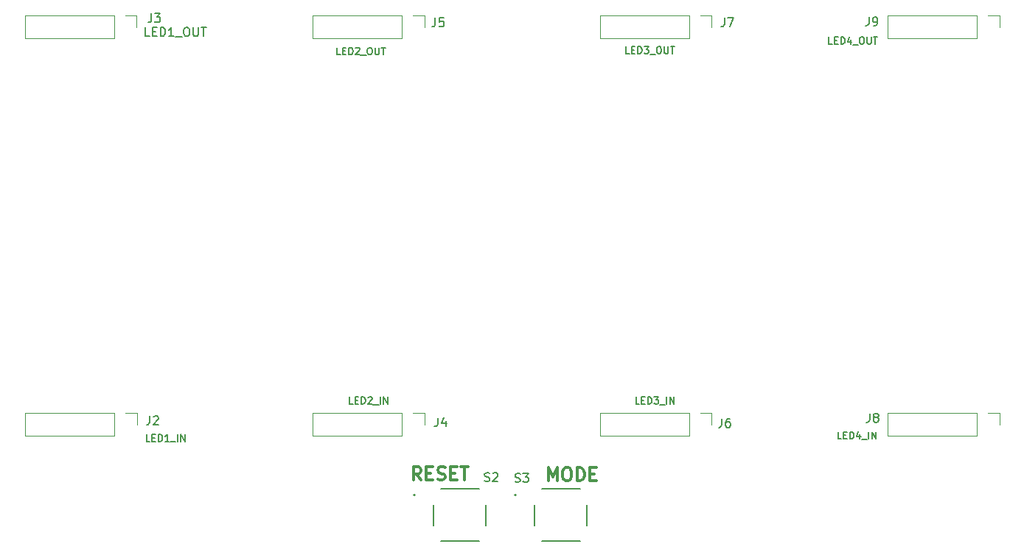
<source format=gto>
%TF.GenerationSoftware,KiCad,Pcbnew,8.0.1*%
%TF.CreationDate,2024-04-15T16:39:27+10:00*%
%TF.ProjectId,4x8x8 LED Matrix Clock,34783878-3820-44c4-9544-204d61747269,rev?*%
%TF.SameCoordinates,Original*%
%TF.FileFunction,Legend,Top*%
%TF.FilePolarity,Positive*%
%FSLAX46Y46*%
G04 Gerber Fmt 4.6, Leading zero omitted, Abs format (unit mm)*
G04 Created by KiCad (PCBNEW 8.0.1) date 2024-04-15 16:39:27*
%MOMM*%
%LPD*%
G01*
G04 APERTURE LIST*
%ADD10C,0.300000*%
%ADD11C,0.150000*%
%ADD12C,0.120000*%
%ADD13C,0.127000*%
%ADD14C,0.200000*%
G04 APERTURE END LIST*
D10*
X178954510Y-115300828D02*
X178954510Y-113800828D01*
X178954510Y-113800828D02*
X179454510Y-114872257D01*
X179454510Y-114872257D02*
X179954510Y-113800828D01*
X179954510Y-113800828D02*
X179954510Y-115300828D01*
X180954511Y-113800828D02*
X181240225Y-113800828D01*
X181240225Y-113800828D02*
X181383082Y-113872257D01*
X181383082Y-113872257D02*
X181525939Y-114015114D01*
X181525939Y-114015114D02*
X181597368Y-114300828D01*
X181597368Y-114300828D02*
X181597368Y-114800828D01*
X181597368Y-114800828D02*
X181525939Y-115086542D01*
X181525939Y-115086542D02*
X181383082Y-115229400D01*
X181383082Y-115229400D02*
X181240225Y-115300828D01*
X181240225Y-115300828D02*
X180954511Y-115300828D01*
X180954511Y-115300828D02*
X180811654Y-115229400D01*
X180811654Y-115229400D02*
X180668796Y-115086542D01*
X180668796Y-115086542D02*
X180597368Y-114800828D01*
X180597368Y-114800828D02*
X180597368Y-114300828D01*
X180597368Y-114300828D02*
X180668796Y-114015114D01*
X180668796Y-114015114D02*
X180811654Y-113872257D01*
X180811654Y-113872257D02*
X180954511Y-113800828D01*
X182240225Y-115300828D02*
X182240225Y-113800828D01*
X182240225Y-113800828D02*
X182597368Y-113800828D01*
X182597368Y-113800828D02*
X182811654Y-113872257D01*
X182811654Y-113872257D02*
X182954511Y-114015114D01*
X182954511Y-114015114D02*
X183025940Y-114157971D01*
X183025940Y-114157971D02*
X183097368Y-114443685D01*
X183097368Y-114443685D02*
X183097368Y-114657971D01*
X183097368Y-114657971D02*
X183025940Y-114943685D01*
X183025940Y-114943685D02*
X182954511Y-115086542D01*
X182954511Y-115086542D02*
X182811654Y-115229400D01*
X182811654Y-115229400D02*
X182597368Y-115300828D01*
X182597368Y-115300828D02*
X182240225Y-115300828D01*
X183740225Y-114515114D02*
X184240225Y-114515114D01*
X184454511Y-115300828D02*
X183740225Y-115300828D01*
X183740225Y-115300828D02*
X183740225Y-113800828D01*
X183740225Y-113800828D02*
X184454511Y-113800828D01*
X164311653Y-115200828D02*
X163811653Y-114486542D01*
X163454510Y-115200828D02*
X163454510Y-113700828D01*
X163454510Y-113700828D02*
X164025939Y-113700828D01*
X164025939Y-113700828D02*
X164168796Y-113772257D01*
X164168796Y-113772257D02*
X164240225Y-113843685D01*
X164240225Y-113843685D02*
X164311653Y-113986542D01*
X164311653Y-113986542D02*
X164311653Y-114200828D01*
X164311653Y-114200828D02*
X164240225Y-114343685D01*
X164240225Y-114343685D02*
X164168796Y-114415114D01*
X164168796Y-114415114D02*
X164025939Y-114486542D01*
X164025939Y-114486542D02*
X163454510Y-114486542D01*
X164954510Y-114415114D02*
X165454510Y-114415114D01*
X165668796Y-115200828D02*
X164954510Y-115200828D01*
X164954510Y-115200828D02*
X164954510Y-113700828D01*
X164954510Y-113700828D02*
X165668796Y-113700828D01*
X166240225Y-115129400D02*
X166454511Y-115200828D01*
X166454511Y-115200828D02*
X166811653Y-115200828D01*
X166811653Y-115200828D02*
X166954511Y-115129400D01*
X166954511Y-115129400D02*
X167025939Y-115057971D01*
X167025939Y-115057971D02*
X167097368Y-114915114D01*
X167097368Y-114915114D02*
X167097368Y-114772257D01*
X167097368Y-114772257D02*
X167025939Y-114629400D01*
X167025939Y-114629400D02*
X166954511Y-114557971D01*
X166954511Y-114557971D02*
X166811653Y-114486542D01*
X166811653Y-114486542D02*
X166525939Y-114415114D01*
X166525939Y-114415114D02*
X166383082Y-114343685D01*
X166383082Y-114343685D02*
X166311653Y-114272257D01*
X166311653Y-114272257D02*
X166240225Y-114129400D01*
X166240225Y-114129400D02*
X166240225Y-113986542D01*
X166240225Y-113986542D02*
X166311653Y-113843685D01*
X166311653Y-113843685D02*
X166383082Y-113772257D01*
X166383082Y-113772257D02*
X166525939Y-113700828D01*
X166525939Y-113700828D02*
X166883082Y-113700828D01*
X166883082Y-113700828D02*
X167097368Y-113772257D01*
X167740224Y-114415114D02*
X168240224Y-114415114D01*
X168454510Y-115200828D02*
X167740224Y-115200828D01*
X167740224Y-115200828D02*
X167740224Y-113700828D01*
X167740224Y-113700828D02*
X168454510Y-113700828D01*
X168883082Y-113700828D02*
X169740225Y-113700828D01*
X169311653Y-115200828D02*
X169311653Y-113700828D01*
D11*
X215866666Y-107554819D02*
X215866666Y-108269104D01*
X215866666Y-108269104D02*
X215819047Y-108411961D01*
X215819047Y-108411961D02*
X215723809Y-108507200D01*
X215723809Y-108507200D02*
X215580952Y-108554819D01*
X215580952Y-108554819D02*
X215485714Y-108554819D01*
X216485714Y-107983390D02*
X216390476Y-107935771D01*
X216390476Y-107935771D02*
X216342857Y-107888152D01*
X216342857Y-107888152D02*
X216295238Y-107792914D01*
X216295238Y-107792914D02*
X216295238Y-107745295D01*
X216295238Y-107745295D02*
X216342857Y-107650057D01*
X216342857Y-107650057D02*
X216390476Y-107602438D01*
X216390476Y-107602438D02*
X216485714Y-107554819D01*
X216485714Y-107554819D02*
X216676190Y-107554819D01*
X216676190Y-107554819D02*
X216771428Y-107602438D01*
X216771428Y-107602438D02*
X216819047Y-107650057D01*
X216819047Y-107650057D02*
X216866666Y-107745295D01*
X216866666Y-107745295D02*
X216866666Y-107792914D01*
X216866666Y-107792914D02*
X216819047Y-107888152D01*
X216819047Y-107888152D02*
X216771428Y-107935771D01*
X216771428Y-107935771D02*
X216676190Y-107983390D01*
X216676190Y-107983390D02*
X216485714Y-107983390D01*
X216485714Y-107983390D02*
X216390476Y-108031009D01*
X216390476Y-108031009D02*
X216342857Y-108078628D01*
X216342857Y-108078628D02*
X216295238Y-108173866D01*
X216295238Y-108173866D02*
X216295238Y-108364342D01*
X216295238Y-108364342D02*
X216342857Y-108459580D01*
X216342857Y-108459580D02*
X216390476Y-108507200D01*
X216390476Y-108507200D02*
X216485714Y-108554819D01*
X216485714Y-108554819D02*
X216676190Y-108554819D01*
X216676190Y-108554819D02*
X216771428Y-108507200D01*
X216771428Y-108507200D02*
X216819047Y-108459580D01*
X216819047Y-108459580D02*
X216866666Y-108364342D01*
X216866666Y-108364342D02*
X216866666Y-108173866D01*
X216866666Y-108173866D02*
X216819047Y-108078628D01*
X216819047Y-108078628D02*
X216771428Y-108031009D01*
X216771428Y-108031009D02*
X216676190Y-107983390D01*
X212590476Y-110462295D02*
X212209524Y-110462295D01*
X212209524Y-110462295D02*
X212209524Y-109662295D01*
X212857143Y-110043247D02*
X213123809Y-110043247D01*
X213238095Y-110462295D02*
X212857143Y-110462295D01*
X212857143Y-110462295D02*
X212857143Y-109662295D01*
X212857143Y-109662295D02*
X213238095Y-109662295D01*
X213580953Y-110462295D02*
X213580953Y-109662295D01*
X213580953Y-109662295D02*
X213771429Y-109662295D01*
X213771429Y-109662295D02*
X213885715Y-109700390D01*
X213885715Y-109700390D02*
X213961905Y-109776580D01*
X213961905Y-109776580D02*
X214000000Y-109852771D01*
X214000000Y-109852771D02*
X214038096Y-110005152D01*
X214038096Y-110005152D02*
X214038096Y-110119438D01*
X214038096Y-110119438D02*
X214000000Y-110271819D01*
X214000000Y-110271819D02*
X213961905Y-110348009D01*
X213961905Y-110348009D02*
X213885715Y-110424200D01*
X213885715Y-110424200D02*
X213771429Y-110462295D01*
X213771429Y-110462295D02*
X213580953Y-110462295D01*
X214723810Y-109928961D02*
X214723810Y-110462295D01*
X214533334Y-109624200D02*
X214342857Y-110195628D01*
X214342857Y-110195628D02*
X214838096Y-110195628D01*
X214952382Y-110538485D02*
X215561905Y-110538485D01*
X215752382Y-110462295D02*
X215752382Y-109662295D01*
X216133334Y-110462295D02*
X216133334Y-109662295D01*
X216133334Y-109662295D02*
X216590477Y-110462295D01*
X216590477Y-110462295D02*
X216590477Y-109662295D01*
X165966666Y-62054819D02*
X165966666Y-62769104D01*
X165966666Y-62769104D02*
X165919047Y-62911961D01*
X165919047Y-62911961D02*
X165823809Y-63007200D01*
X165823809Y-63007200D02*
X165680952Y-63054819D01*
X165680952Y-63054819D02*
X165585714Y-63054819D01*
X166919047Y-62054819D02*
X166442857Y-62054819D01*
X166442857Y-62054819D02*
X166395238Y-62531009D01*
X166395238Y-62531009D02*
X166442857Y-62483390D01*
X166442857Y-62483390D02*
X166538095Y-62435771D01*
X166538095Y-62435771D02*
X166776190Y-62435771D01*
X166776190Y-62435771D02*
X166871428Y-62483390D01*
X166871428Y-62483390D02*
X166919047Y-62531009D01*
X166919047Y-62531009D02*
X166966666Y-62626247D01*
X166966666Y-62626247D02*
X166966666Y-62864342D01*
X166966666Y-62864342D02*
X166919047Y-62959580D01*
X166919047Y-62959580D02*
X166871428Y-63007200D01*
X166871428Y-63007200D02*
X166776190Y-63054819D01*
X166776190Y-63054819D02*
X166538095Y-63054819D01*
X166538095Y-63054819D02*
X166442857Y-63007200D01*
X166442857Y-63007200D02*
X166395238Y-62959580D01*
X155057142Y-66262295D02*
X154676190Y-66262295D01*
X154676190Y-66262295D02*
X154676190Y-65462295D01*
X155323809Y-65843247D02*
X155590475Y-65843247D01*
X155704761Y-66262295D02*
X155323809Y-66262295D01*
X155323809Y-66262295D02*
X155323809Y-65462295D01*
X155323809Y-65462295D02*
X155704761Y-65462295D01*
X156047619Y-66262295D02*
X156047619Y-65462295D01*
X156047619Y-65462295D02*
X156238095Y-65462295D01*
X156238095Y-65462295D02*
X156352381Y-65500390D01*
X156352381Y-65500390D02*
X156428571Y-65576580D01*
X156428571Y-65576580D02*
X156466666Y-65652771D01*
X156466666Y-65652771D02*
X156504762Y-65805152D01*
X156504762Y-65805152D02*
X156504762Y-65919438D01*
X156504762Y-65919438D02*
X156466666Y-66071819D01*
X156466666Y-66071819D02*
X156428571Y-66148009D01*
X156428571Y-66148009D02*
X156352381Y-66224200D01*
X156352381Y-66224200D02*
X156238095Y-66262295D01*
X156238095Y-66262295D02*
X156047619Y-66262295D01*
X156809523Y-65538485D02*
X156847619Y-65500390D01*
X156847619Y-65500390D02*
X156923809Y-65462295D01*
X156923809Y-65462295D02*
X157114285Y-65462295D01*
X157114285Y-65462295D02*
X157190476Y-65500390D01*
X157190476Y-65500390D02*
X157228571Y-65538485D01*
X157228571Y-65538485D02*
X157266666Y-65614676D01*
X157266666Y-65614676D02*
X157266666Y-65690866D01*
X157266666Y-65690866D02*
X157228571Y-65805152D01*
X157228571Y-65805152D02*
X156771428Y-66262295D01*
X156771428Y-66262295D02*
X157266666Y-66262295D01*
X157419048Y-66338485D02*
X158028571Y-66338485D01*
X158371429Y-65462295D02*
X158523810Y-65462295D01*
X158523810Y-65462295D02*
X158600000Y-65500390D01*
X158600000Y-65500390D02*
X158676191Y-65576580D01*
X158676191Y-65576580D02*
X158714286Y-65728961D01*
X158714286Y-65728961D02*
X158714286Y-65995628D01*
X158714286Y-65995628D02*
X158676191Y-66148009D01*
X158676191Y-66148009D02*
X158600000Y-66224200D01*
X158600000Y-66224200D02*
X158523810Y-66262295D01*
X158523810Y-66262295D02*
X158371429Y-66262295D01*
X158371429Y-66262295D02*
X158295238Y-66224200D01*
X158295238Y-66224200D02*
X158219048Y-66148009D01*
X158219048Y-66148009D02*
X158180952Y-65995628D01*
X158180952Y-65995628D02*
X158180952Y-65728961D01*
X158180952Y-65728961D02*
X158219048Y-65576580D01*
X158219048Y-65576580D02*
X158295238Y-65500390D01*
X158295238Y-65500390D02*
X158371429Y-65462295D01*
X159057143Y-65462295D02*
X159057143Y-66109914D01*
X159057143Y-66109914D02*
X159095238Y-66186104D01*
X159095238Y-66186104D02*
X159133333Y-66224200D01*
X159133333Y-66224200D02*
X159209524Y-66262295D01*
X159209524Y-66262295D02*
X159361905Y-66262295D01*
X159361905Y-66262295D02*
X159438095Y-66224200D01*
X159438095Y-66224200D02*
X159476190Y-66186104D01*
X159476190Y-66186104D02*
X159514286Y-66109914D01*
X159514286Y-66109914D02*
X159514286Y-65462295D01*
X159780952Y-65462295D02*
X160238095Y-65462295D01*
X160009523Y-66262295D02*
X160009523Y-65462295D01*
X198866666Y-108154819D02*
X198866666Y-108869104D01*
X198866666Y-108869104D02*
X198819047Y-109011961D01*
X198819047Y-109011961D02*
X198723809Y-109107200D01*
X198723809Y-109107200D02*
X198580952Y-109154819D01*
X198580952Y-109154819D02*
X198485714Y-109154819D01*
X199771428Y-108154819D02*
X199580952Y-108154819D01*
X199580952Y-108154819D02*
X199485714Y-108202438D01*
X199485714Y-108202438D02*
X199438095Y-108250057D01*
X199438095Y-108250057D02*
X199342857Y-108392914D01*
X199342857Y-108392914D02*
X199295238Y-108583390D01*
X199295238Y-108583390D02*
X199295238Y-108964342D01*
X199295238Y-108964342D02*
X199342857Y-109059580D01*
X199342857Y-109059580D02*
X199390476Y-109107200D01*
X199390476Y-109107200D02*
X199485714Y-109154819D01*
X199485714Y-109154819D02*
X199676190Y-109154819D01*
X199676190Y-109154819D02*
X199771428Y-109107200D01*
X199771428Y-109107200D02*
X199819047Y-109059580D01*
X199819047Y-109059580D02*
X199866666Y-108964342D01*
X199866666Y-108964342D02*
X199866666Y-108726247D01*
X199866666Y-108726247D02*
X199819047Y-108631009D01*
X199819047Y-108631009D02*
X199771428Y-108583390D01*
X199771428Y-108583390D02*
X199676190Y-108535771D01*
X199676190Y-108535771D02*
X199485714Y-108535771D01*
X199485714Y-108535771D02*
X199390476Y-108583390D01*
X199390476Y-108583390D02*
X199342857Y-108631009D01*
X199342857Y-108631009D02*
X199295238Y-108726247D01*
X189390476Y-106462295D02*
X189009524Y-106462295D01*
X189009524Y-106462295D02*
X189009524Y-105662295D01*
X189657143Y-106043247D02*
X189923809Y-106043247D01*
X190038095Y-106462295D02*
X189657143Y-106462295D01*
X189657143Y-106462295D02*
X189657143Y-105662295D01*
X189657143Y-105662295D02*
X190038095Y-105662295D01*
X190380953Y-106462295D02*
X190380953Y-105662295D01*
X190380953Y-105662295D02*
X190571429Y-105662295D01*
X190571429Y-105662295D02*
X190685715Y-105700390D01*
X190685715Y-105700390D02*
X190761905Y-105776580D01*
X190761905Y-105776580D02*
X190800000Y-105852771D01*
X190800000Y-105852771D02*
X190838096Y-106005152D01*
X190838096Y-106005152D02*
X190838096Y-106119438D01*
X190838096Y-106119438D02*
X190800000Y-106271819D01*
X190800000Y-106271819D02*
X190761905Y-106348009D01*
X190761905Y-106348009D02*
X190685715Y-106424200D01*
X190685715Y-106424200D02*
X190571429Y-106462295D01*
X190571429Y-106462295D02*
X190380953Y-106462295D01*
X191104762Y-105662295D02*
X191600000Y-105662295D01*
X191600000Y-105662295D02*
X191333334Y-105967057D01*
X191333334Y-105967057D02*
X191447619Y-105967057D01*
X191447619Y-105967057D02*
X191523810Y-106005152D01*
X191523810Y-106005152D02*
X191561905Y-106043247D01*
X191561905Y-106043247D02*
X191600000Y-106119438D01*
X191600000Y-106119438D02*
X191600000Y-106309914D01*
X191600000Y-106309914D02*
X191561905Y-106386104D01*
X191561905Y-106386104D02*
X191523810Y-106424200D01*
X191523810Y-106424200D02*
X191447619Y-106462295D01*
X191447619Y-106462295D02*
X191219048Y-106462295D01*
X191219048Y-106462295D02*
X191142857Y-106424200D01*
X191142857Y-106424200D02*
X191104762Y-106386104D01*
X191752382Y-106538485D02*
X192361905Y-106538485D01*
X192552382Y-106462295D02*
X192552382Y-105662295D01*
X192933334Y-106462295D02*
X192933334Y-105662295D01*
X192933334Y-105662295D02*
X193390477Y-106462295D01*
X193390477Y-106462295D02*
X193390477Y-105662295D01*
X175138095Y-115407200D02*
X175280952Y-115454819D01*
X175280952Y-115454819D02*
X175519047Y-115454819D01*
X175519047Y-115454819D02*
X175614285Y-115407200D01*
X175614285Y-115407200D02*
X175661904Y-115359580D01*
X175661904Y-115359580D02*
X175709523Y-115264342D01*
X175709523Y-115264342D02*
X175709523Y-115169104D01*
X175709523Y-115169104D02*
X175661904Y-115073866D01*
X175661904Y-115073866D02*
X175614285Y-115026247D01*
X175614285Y-115026247D02*
X175519047Y-114978628D01*
X175519047Y-114978628D02*
X175328571Y-114931009D01*
X175328571Y-114931009D02*
X175233333Y-114883390D01*
X175233333Y-114883390D02*
X175185714Y-114835771D01*
X175185714Y-114835771D02*
X175138095Y-114740533D01*
X175138095Y-114740533D02*
X175138095Y-114645295D01*
X175138095Y-114645295D02*
X175185714Y-114550057D01*
X175185714Y-114550057D02*
X175233333Y-114502438D01*
X175233333Y-114502438D02*
X175328571Y-114454819D01*
X175328571Y-114454819D02*
X175566666Y-114454819D01*
X175566666Y-114454819D02*
X175709523Y-114502438D01*
X176042857Y-114454819D02*
X176661904Y-114454819D01*
X176661904Y-114454819D02*
X176328571Y-114835771D01*
X176328571Y-114835771D02*
X176471428Y-114835771D01*
X176471428Y-114835771D02*
X176566666Y-114883390D01*
X176566666Y-114883390D02*
X176614285Y-114931009D01*
X176614285Y-114931009D02*
X176661904Y-115026247D01*
X176661904Y-115026247D02*
X176661904Y-115264342D01*
X176661904Y-115264342D02*
X176614285Y-115359580D01*
X176614285Y-115359580D02*
X176566666Y-115407200D01*
X176566666Y-115407200D02*
X176471428Y-115454819D01*
X176471428Y-115454819D02*
X176185714Y-115454819D01*
X176185714Y-115454819D02*
X176090476Y-115407200D01*
X176090476Y-115407200D02*
X176042857Y-115359580D01*
X199166666Y-62054819D02*
X199166666Y-62769104D01*
X199166666Y-62769104D02*
X199119047Y-62911961D01*
X199119047Y-62911961D02*
X199023809Y-63007200D01*
X199023809Y-63007200D02*
X198880952Y-63054819D01*
X198880952Y-63054819D02*
X198785714Y-63054819D01*
X199547619Y-62054819D02*
X200214285Y-62054819D01*
X200214285Y-62054819D02*
X199785714Y-63054819D01*
X188257142Y-66162295D02*
X187876190Y-66162295D01*
X187876190Y-66162295D02*
X187876190Y-65362295D01*
X188523809Y-65743247D02*
X188790475Y-65743247D01*
X188904761Y-66162295D02*
X188523809Y-66162295D01*
X188523809Y-66162295D02*
X188523809Y-65362295D01*
X188523809Y-65362295D02*
X188904761Y-65362295D01*
X189247619Y-66162295D02*
X189247619Y-65362295D01*
X189247619Y-65362295D02*
X189438095Y-65362295D01*
X189438095Y-65362295D02*
X189552381Y-65400390D01*
X189552381Y-65400390D02*
X189628571Y-65476580D01*
X189628571Y-65476580D02*
X189666666Y-65552771D01*
X189666666Y-65552771D02*
X189704762Y-65705152D01*
X189704762Y-65705152D02*
X189704762Y-65819438D01*
X189704762Y-65819438D02*
X189666666Y-65971819D01*
X189666666Y-65971819D02*
X189628571Y-66048009D01*
X189628571Y-66048009D02*
X189552381Y-66124200D01*
X189552381Y-66124200D02*
X189438095Y-66162295D01*
X189438095Y-66162295D02*
X189247619Y-66162295D01*
X189971428Y-65362295D02*
X190466666Y-65362295D01*
X190466666Y-65362295D02*
X190200000Y-65667057D01*
X190200000Y-65667057D02*
X190314285Y-65667057D01*
X190314285Y-65667057D02*
X190390476Y-65705152D01*
X190390476Y-65705152D02*
X190428571Y-65743247D01*
X190428571Y-65743247D02*
X190466666Y-65819438D01*
X190466666Y-65819438D02*
X190466666Y-66009914D01*
X190466666Y-66009914D02*
X190428571Y-66086104D01*
X190428571Y-66086104D02*
X190390476Y-66124200D01*
X190390476Y-66124200D02*
X190314285Y-66162295D01*
X190314285Y-66162295D02*
X190085714Y-66162295D01*
X190085714Y-66162295D02*
X190009523Y-66124200D01*
X190009523Y-66124200D02*
X189971428Y-66086104D01*
X190619048Y-66238485D02*
X191228571Y-66238485D01*
X191571429Y-65362295D02*
X191723810Y-65362295D01*
X191723810Y-65362295D02*
X191800000Y-65400390D01*
X191800000Y-65400390D02*
X191876191Y-65476580D01*
X191876191Y-65476580D02*
X191914286Y-65628961D01*
X191914286Y-65628961D02*
X191914286Y-65895628D01*
X191914286Y-65895628D02*
X191876191Y-66048009D01*
X191876191Y-66048009D02*
X191800000Y-66124200D01*
X191800000Y-66124200D02*
X191723810Y-66162295D01*
X191723810Y-66162295D02*
X191571429Y-66162295D01*
X191571429Y-66162295D02*
X191495238Y-66124200D01*
X191495238Y-66124200D02*
X191419048Y-66048009D01*
X191419048Y-66048009D02*
X191380952Y-65895628D01*
X191380952Y-65895628D02*
X191380952Y-65628961D01*
X191380952Y-65628961D02*
X191419048Y-65476580D01*
X191419048Y-65476580D02*
X191495238Y-65400390D01*
X191495238Y-65400390D02*
X191571429Y-65362295D01*
X192257143Y-65362295D02*
X192257143Y-66009914D01*
X192257143Y-66009914D02*
X192295238Y-66086104D01*
X192295238Y-66086104D02*
X192333333Y-66124200D01*
X192333333Y-66124200D02*
X192409524Y-66162295D01*
X192409524Y-66162295D02*
X192561905Y-66162295D01*
X192561905Y-66162295D02*
X192638095Y-66124200D01*
X192638095Y-66124200D02*
X192676190Y-66086104D01*
X192676190Y-66086104D02*
X192714286Y-66009914D01*
X192714286Y-66009914D02*
X192714286Y-65362295D01*
X192980952Y-65362295D02*
X193438095Y-65362295D01*
X193209523Y-66162295D02*
X193209523Y-65362295D01*
X133166666Y-107854819D02*
X133166666Y-108569104D01*
X133166666Y-108569104D02*
X133119047Y-108711961D01*
X133119047Y-108711961D02*
X133023809Y-108807200D01*
X133023809Y-108807200D02*
X132880952Y-108854819D01*
X132880952Y-108854819D02*
X132785714Y-108854819D01*
X133595238Y-107950057D02*
X133642857Y-107902438D01*
X133642857Y-107902438D02*
X133738095Y-107854819D01*
X133738095Y-107854819D02*
X133976190Y-107854819D01*
X133976190Y-107854819D02*
X134071428Y-107902438D01*
X134071428Y-107902438D02*
X134119047Y-107950057D01*
X134119047Y-107950057D02*
X134166666Y-108045295D01*
X134166666Y-108045295D02*
X134166666Y-108140533D01*
X134166666Y-108140533D02*
X134119047Y-108283390D01*
X134119047Y-108283390D02*
X133547619Y-108854819D01*
X133547619Y-108854819D02*
X134166666Y-108854819D01*
X133190476Y-110762295D02*
X132809524Y-110762295D01*
X132809524Y-110762295D02*
X132809524Y-109962295D01*
X133457143Y-110343247D02*
X133723809Y-110343247D01*
X133838095Y-110762295D02*
X133457143Y-110762295D01*
X133457143Y-110762295D02*
X133457143Y-109962295D01*
X133457143Y-109962295D02*
X133838095Y-109962295D01*
X134180953Y-110762295D02*
X134180953Y-109962295D01*
X134180953Y-109962295D02*
X134371429Y-109962295D01*
X134371429Y-109962295D02*
X134485715Y-110000390D01*
X134485715Y-110000390D02*
X134561905Y-110076580D01*
X134561905Y-110076580D02*
X134600000Y-110152771D01*
X134600000Y-110152771D02*
X134638096Y-110305152D01*
X134638096Y-110305152D02*
X134638096Y-110419438D01*
X134638096Y-110419438D02*
X134600000Y-110571819D01*
X134600000Y-110571819D02*
X134561905Y-110648009D01*
X134561905Y-110648009D02*
X134485715Y-110724200D01*
X134485715Y-110724200D02*
X134371429Y-110762295D01*
X134371429Y-110762295D02*
X134180953Y-110762295D01*
X135400000Y-110762295D02*
X134942857Y-110762295D01*
X135171429Y-110762295D02*
X135171429Y-109962295D01*
X135171429Y-109962295D02*
X135095238Y-110076580D01*
X135095238Y-110076580D02*
X135019048Y-110152771D01*
X135019048Y-110152771D02*
X134942857Y-110190866D01*
X135552382Y-110838485D02*
X136161905Y-110838485D01*
X136352382Y-110762295D02*
X136352382Y-109962295D01*
X136733334Y-110762295D02*
X136733334Y-109962295D01*
X136733334Y-109962295D02*
X137190477Y-110762295D01*
X137190477Y-110762295D02*
X137190477Y-109962295D01*
X171638095Y-115307200D02*
X171780952Y-115354819D01*
X171780952Y-115354819D02*
X172019047Y-115354819D01*
X172019047Y-115354819D02*
X172114285Y-115307200D01*
X172114285Y-115307200D02*
X172161904Y-115259580D01*
X172161904Y-115259580D02*
X172209523Y-115164342D01*
X172209523Y-115164342D02*
X172209523Y-115069104D01*
X172209523Y-115069104D02*
X172161904Y-114973866D01*
X172161904Y-114973866D02*
X172114285Y-114926247D01*
X172114285Y-114926247D02*
X172019047Y-114878628D01*
X172019047Y-114878628D02*
X171828571Y-114831009D01*
X171828571Y-114831009D02*
X171733333Y-114783390D01*
X171733333Y-114783390D02*
X171685714Y-114735771D01*
X171685714Y-114735771D02*
X171638095Y-114640533D01*
X171638095Y-114640533D02*
X171638095Y-114545295D01*
X171638095Y-114545295D02*
X171685714Y-114450057D01*
X171685714Y-114450057D02*
X171733333Y-114402438D01*
X171733333Y-114402438D02*
X171828571Y-114354819D01*
X171828571Y-114354819D02*
X172066666Y-114354819D01*
X172066666Y-114354819D02*
X172209523Y-114402438D01*
X172590476Y-114450057D02*
X172638095Y-114402438D01*
X172638095Y-114402438D02*
X172733333Y-114354819D01*
X172733333Y-114354819D02*
X172971428Y-114354819D01*
X172971428Y-114354819D02*
X173066666Y-114402438D01*
X173066666Y-114402438D02*
X173114285Y-114450057D01*
X173114285Y-114450057D02*
X173161904Y-114545295D01*
X173161904Y-114545295D02*
X173161904Y-114640533D01*
X173161904Y-114640533D02*
X173114285Y-114783390D01*
X173114285Y-114783390D02*
X172542857Y-115354819D01*
X172542857Y-115354819D02*
X173161904Y-115354819D01*
X215766666Y-61954819D02*
X215766666Y-62669104D01*
X215766666Y-62669104D02*
X215719047Y-62811961D01*
X215719047Y-62811961D02*
X215623809Y-62907200D01*
X215623809Y-62907200D02*
X215480952Y-62954819D01*
X215480952Y-62954819D02*
X215385714Y-62954819D01*
X216290476Y-62954819D02*
X216480952Y-62954819D01*
X216480952Y-62954819D02*
X216576190Y-62907200D01*
X216576190Y-62907200D02*
X216623809Y-62859580D01*
X216623809Y-62859580D02*
X216719047Y-62716723D01*
X216719047Y-62716723D02*
X216766666Y-62526247D01*
X216766666Y-62526247D02*
X216766666Y-62145295D01*
X216766666Y-62145295D02*
X216719047Y-62050057D01*
X216719047Y-62050057D02*
X216671428Y-62002438D01*
X216671428Y-62002438D02*
X216576190Y-61954819D01*
X216576190Y-61954819D02*
X216385714Y-61954819D01*
X216385714Y-61954819D02*
X216290476Y-62002438D01*
X216290476Y-62002438D02*
X216242857Y-62050057D01*
X216242857Y-62050057D02*
X216195238Y-62145295D01*
X216195238Y-62145295D02*
X216195238Y-62383390D01*
X216195238Y-62383390D02*
X216242857Y-62478628D01*
X216242857Y-62478628D02*
X216290476Y-62526247D01*
X216290476Y-62526247D02*
X216385714Y-62573866D01*
X216385714Y-62573866D02*
X216576190Y-62573866D01*
X216576190Y-62573866D02*
X216671428Y-62526247D01*
X216671428Y-62526247D02*
X216719047Y-62478628D01*
X216719047Y-62478628D02*
X216766666Y-62383390D01*
X211557142Y-65062295D02*
X211176190Y-65062295D01*
X211176190Y-65062295D02*
X211176190Y-64262295D01*
X211823809Y-64643247D02*
X212090475Y-64643247D01*
X212204761Y-65062295D02*
X211823809Y-65062295D01*
X211823809Y-65062295D02*
X211823809Y-64262295D01*
X211823809Y-64262295D02*
X212204761Y-64262295D01*
X212547619Y-65062295D02*
X212547619Y-64262295D01*
X212547619Y-64262295D02*
X212738095Y-64262295D01*
X212738095Y-64262295D02*
X212852381Y-64300390D01*
X212852381Y-64300390D02*
X212928571Y-64376580D01*
X212928571Y-64376580D02*
X212966666Y-64452771D01*
X212966666Y-64452771D02*
X213004762Y-64605152D01*
X213004762Y-64605152D02*
X213004762Y-64719438D01*
X213004762Y-64719438D02*
X212966666Y-64871819D01*
X212966666Y-64871819D02*
X212928571Y-64948009D01*
X212928571Y-64948009D02*
X212852381Y-65024200D01*
X212852381Y-65024200D02*
X212738095Y-65062295D01*
X212738095Y-65062295D02*
X212547619Y-65062295D01*
X213690476Y-64528961D02*
X213690476Y-65062295D01*
X213500000Y-64224200D02*
X213309523Y-64795628D01*
X213309523Y-64795628D02*
X213804762Y-64795628D01*
X213919048Y-65138485D02*
X214528571Y-65138485D01*
X214871429Y-64262295D02*
X215023810Y-64262295D01*
X215023810Y-64262295D02*
X215100000Y-64300390D01*
X215100000Y-64300390D02*
X215176191Y-64376580D01*
X215176191Y-64376580D02*
X215214286Y-64528961D01*
X215214286Y-64528961D02*
X215214286Y-64795628D01*
X215214286Y-64795628D02*
X215176191Y-64948009D01*
X215176191Y-64948009D02*
X215100000Y-65024200D01*
X215100000Y-65024200D02*
X215023810Y-65062295D01*
X215023810Y-65062295D02*
X214871429Y-65062295D01*
X214871429Y-65062295D02*
X214795238Y-65024200D01*
X214795238Y-65024200D02*
X214719048Y-64948009D01*
X214719048Y-64948009D02*
X214680952Y-64795628D01*
X214680952Y-64795628D02*
X214680952Y-64528961D01*
X214680952Y-64528961D02*
X214719048Y-64376580D01*
X214719048Y-64376580D02*
X214795238Y-64300390D01*
X214795238Y-64300390D02*
X214871429Y-64262295D01*
X215557143Y-64262295D02*
X215557143Y-64909914D01*
X215557143Y-64909914D02*
X215595238Y-64986104D01*
X215595238Y-64986104D02*
X215633333Y-65024200D01*
X215633333Y-65024200D02*
X215709524Y-65062295D01*
X215709524Y-65062295D02*
X215861905Y-65062295D01*
X215861905Y-65062295D02*
X215938095Y-65024200D01*
X215938095Y-65024200D02*
X215976190Y-64986104D01*
X215976190Y-64986104D02*
X216014286Y-64909914D01*
X216014286Y-64909914D02*
X216014286Y-64262295D01*
X216280952Y-64262295D02*
X216738095Y-64262295D01*
X216509523Y-65062295D02*
X216509523Y-64262295D01*
X133366666Y-61554819D02*
X133366666Y-62269104D01*
X133366666Y-62269104D02*
X133319047Y-62411961D01*
X133319047Y-62411961D02*
X133223809Y-62507200D01*
X133223809Y-62507200D02*
X133080952Y-62554819D01*
X133080952Y-62554819D02*
X132985714Y-62554819D01*
X133747619Y-61554819D02*
X134366666Y-61554819D01*
X134366666Y-61554819D02*
X134033333Y-61935771D01*
X134033333Y-61935771D02*
X134176190Y-61935771D01*
X134176190Y-61935771D02*
X134271428Y-61983390D01*
X134271428Y-61983390D02*
X134319047Y-62031009D01*
X134319047Y-62031009D02*
X134366666Y-62126247D01*
X134366666Y-62126247D02*
X134366666Y-62364342D01*
X134366666Y-62364342D02*
X134319047Y-62459580D01*
X134319047Y-62459580D02*
X134271428Y-62507200D01*
X134271428Y-62507200D02*
X134176190Y-62554819D01*
X134176190Y-62554819D02*
X133890476Y-62554819D01*
X133890476Y-62554819D02*
X133795238Y-62507200D01*
X133795238Y-62507200D02*
X133747619Y-62459580D01*
X133171428Y-64154819D02*
X132695238Y-64154819D01*
X132695238Y-64154819D02*
X132695238Y-63154819D01*
X133504762Y-63631009D02*
X133838095Y-63631009D01*
X133980952Y-64154819D02*
X133504762Y-64154819D01*
X133504762Y-64154819D02*
X133504762Y-63154819D01*
X133504762Y-63154819D02*
X133980952Y-63154819D01*
X134409524Y-64154819D02*
X134409524Y-63154819D01*
X134409524Y-63154819D02*
X134647619Y-63154819D01*
X134647619Y-63154819D02*
X134790476Y-63202438D01*
X134790476Y-63202438D02*
X134885714Y-63297676D01*
X134885714Y-63297676D02*
X134933333Y-63392914D01*
X134933333Y-63392914D02*
X134980952Y-63583390D01*
X134980952Y-63583390D02*
X134980952Y-63726247D01*
X134980952Y-63726247D02*
X134933333Y-63916723D01*
X134933333Y-63916723D02*
X134885714Y-64011961D01*
X134885714Y-64011961D02*
X134790476Y-64107200D01*
X134790476Y-64107200D02*
X134647619Y-64154819D01*
X134647619Y-64154819D02*
X134409524Y-64154819D01*
X135933333Y-64154819D02*
X135361905Y-64154819D01*
X135647619Y-64154819D02*
X135647619Y-63154819D01*
X135647619Y-63154819D02*
X135552381Y-63297676D01*
X135552381Y-63297676D02*
X135457143Y-63392914D01*
X135457143Y-63392914D02*
X135361905Y-63440533D01*
X136123810Y-64250057D02*
X136885714Y-64250057D01*
X137314286Y-63154819D02*
X137504762Y-63154819D01*
X137504762Y-63154819D02*
X137600000Y-63202438D01*
X137600000Y-63202438D02*
X137695238Y-63297676D01*
X137695238Y-63297676D02*
X137742857Y-63488152D01*
X137742857Y-63488152D02*
X137742857Y-63821485D01*
X137742857Y-63821485D02*
X137695238Y-64011961D01*
X137695238Y-64011961D02*
X137600000Y-64107200D01*
X137600000Y-64107200D02*
X137504762Y-64154819D01*
X137504762Y-64154819D02*
X137314286Y-64154819D01*
X137314286Y-64154819D02*
X137219048Y-64107200D01*
X137219048Y-64107200D02*
X137123810Y-64011961D01*
X137123810Y-64011961D02*
X137076191Y-63821485D01*
X137076191Y-63821485D02*
X137076191Y-63488152D01*
X137076191Y-63488152D02*
X137123810Y-63297676D01*
X137123810Y-63297676D02*
X137219048Y-63202438D01*
X137219048Y-63202438D02*
X137314286Y-63154819D01*
X138171429Y-63154819D02*
X138171429Y-63964342D01*
X138171429Y-63964342D02*
X138219048Y-64059580D01*
X138219048Y-64059580D02*
X138266667Y-64107200D01*
X138266667Y-64107200D02*
X138361905Y-64154819D01*
X138361905Y-64154819D02*
X138552381Y-64154819D01*
X138552381Y-64154819D02*
X138647619Y-64107200D01*
X138647619Y-64107200D02*
X138695238Y-64059580D01*
X138695238Y-64059580D02*
X138742857Y-63964342D01*
X138742857Y-63964342D02*
X138742857Y-63154819D01*
X139076191Y-63154819D02*
X139647619Y-63154819D01*
X139361905Y-64154819D02*
X139361905Y-63154819D01*
X166266666Y-108054819D02*
X166266666Y-108769104D01*
X166266666Y-108769104D02*
X166219047Y-108911961D01*
X166219047Y-108911961D02*
X166123809Y-109007200D01*
X166123809Y-109007200D02*
X165980952Y-109054819D01*
X165980952Y-109054819D02*
X165885714Y-109054819D01*
X167171428Y-108388152D02*
X167171428Y-109054819D01*
X166933333Y-108007200D02*
X166695238Y-108721485D01*
X166695238Y-108721485D02*
X167314285Y-108721485D01*
X156490476Y-106462295D02*
X156109524Y-106462295D01*
X156109524Y-106462295D02*
X156109524Y-105662295D01*
X156757143Y-106043247D02*
X157023809Y-106043247D01*
X157138095Y-106462295D02*
X156757143Y-106462295D01*
X156757143Y-106462295D02*
X156757143Y-105662295D01*
X156757143Y-105662295D02*
X157138095Y-105662295D01*
X157480953Y-106462295D02*
X157480953Y-105662295D01*
X157480953Y-105662295D02*
X157671429Y-105662295D01*
X157671429Y-105662295D02*
X157785715Y-105700390D01*
X157785715Y-105700390D02*
X157861905Y-105776580D01*
X157861905Y-105776580D02*
X157900000Y-105852771D01*
X157900000Y-105852771D02*
X157938096Y-106005152D01*
X157938096Y-106005152D02*
X157938096Y-106119438D01*
X157938096Y-106119438D02*
X157900000Y-106271819D01*
X157900000Y-106271819D02*
X157861905Y-106348009D01*
X157861905Y-106348009D02*
X157785715Y-106424200D01*
X157785715Y-106424200D02*
X157671429Y-106462295D01*
X157671429Y-106462295D02*
X157480953Y-106462295D01*
X158242857Y-105738485D02*
X158280953Y-105700390D01*
X158280953Y-105700390D02*
X158357143Y-105662295D01*
X158357143Y-105662295D02*
X158547619Y-105662295D01*
X158547619Y-105662295D02*
X158623810Y-105700390D01*
X158623810Y-105700390D02*
X158661905Y-105738485D01*
X158661905Y-105738485D02*
X158700000Y-105814676D01*
X158700000Y-105814676D02*
X158700000Y-105890866D01*
X158700000Y-105890866D02*
X158661905Y-106005152D01*
X158661905Y-106005152D02*
X158204762Y-106462295D01*
X158204762Y-106462295D02*
X158700000Y-106462295D01*
X158852382Y-106538485D02*
X159461905Y-106538485D01*
X159652382Y-106462295D02*
X159652382Y-105662295D01*
X160033334Y-106462295D02*
X160033334Y-105662295D01*
X160033334Y-105662295D02*
X160490477Y-106462295D01*
X160490477Y-106462295D02*
X160490477Y-105662295D01*
D12*
%TO.C,J8*%
X230763200Y-107483600D02*
X230763200Y-108813600D01*
X229433200Y-107483600D02*
X230763200Y-107483600D01*
X228163200Y-107483600D02*
X217943200Y-107483600D01*
X228163200Y-107483600D02*
X228163200Y-110143600D01*
X217943200Y-107483600D02*
X217943200Y-110143600D01*
X228163200Y-110143600D02*
X217943200Y-110143600D01*
%TO.C,J5*%
X164702800Y-61763600D02*
X164702800Y-63093600D01*
X163372800Y-61763600D02*
X164702800Y-61763600D01*
X162102800Y-61763600D02*
X151882800Y-61763600D01*
X162102800Y-61763600D02*
X162102800Y-64423600D01*
X151882800Y-61763600D02*
X151882800Y-64423600D01*
X162102800Y-64423600D02*
X151882800Y-64423600D01*
%TO.C,J6*%
X195117800Y-110143600D02*
X184897800Y-110143600D01*
X184897800Y-107483600D02*
X184897800Y-110143600D01*
X195117800Y-107483600D02*
X195117800Y-110143600D01*
X195117800Y-107483600D02*
X184897800Y-107483600D01*
X196387800Y-107483600D02*
X197717800Y-107483600D01*
X197717800Y-107483600D02*
X197717800Y-108813600D01*
D13*
%TO.C,S3*%
X177400000Y-120420000D02*
X177400000Y-118080000D01*
X178230000Y-122250000D02*
X182570000Y-122250000D01*
X182570000Y-116250000D02*
X178230000Y-116250000D01*
X183400000Y-118080000D02*
X183400000Y-120420000D01*
D14*
X175270000Y-116938000D02*
G75*
G02*
X175070000Y-116938000I-100000J0D01*
G01*
X175070000Y-116938000D02*
G75*
G02*
X175270000Y-116938000I100000J0D01*
G01*
D12*
%TO.C,J7*%
X197717800Y-61763600D02*
X197717800Y-63093600D01*
X196387800Y-61763600D02*
X197717800Y-61763600D01*
X195117800Y-61763600D02*
X184897800Y-61763600D01*
X195117800Y-61763600D02*
X195117800Y-64423600D01*
X184897800Y-61763600D02*
X184897800Y-64423600D01*
X195117800Y-64423600D02*
X184897800Y-64423600D01*
%TO.C,J2*%
X129082800Y-110143600D02*
X118862800Y-110143600D01*
X118862800Y-107483600D02*
X118862800Y-110143600D01*
X129082800Y-107483600D02*
X129082800Y-110143600D01*
X129082800Y-107483600D02*
X118862800Y-107483600D01*
X130352800Y-107483600D02*
X131682800Y-107483600D01*
X131682800Y-107483600D02*
X131682800Y-108813600D01*
D14*
%TO.C,S2*%
X163670000Y-116938000D02*
G75*
G02*
X163470000Y-116938000I-100000J0D01*
G01*
X163470000Y-116938000D02*
G75*
G02*
X163670000Y-116938000I100000J0D01*
G01*
D13*
X171800000Y-118080000D02*
X171800000Y-120420000D01*
X170970000Y-116250000D02*
X166630000Y-116250000D01*
X166630000Y-122250000D02*
X170970000Y-122250000D01*
X165800000Y-120420000D02*
X165800000Y-118080000D01*
D12*
%TO.C,J9*%
X230763200Y-61763600D02*
X230763200Y-63093600D01*
X229433200Y-61763600D02*
X230763200Y-61763600D01*
X228163200Y-61763600D02*
X217943200Y-61763600D01*
X228163200Y-61763600D02*
X228163200Y-64423600D01*
X217943200Y-61763600D02*
X217943200Y-64423600D01*
X228163200Y-64423600D02*
X217943200Y-64423600D01*
%TO.C,J3*%
X131657400Y-61763600D02*
X131657400Y-63093600D01*
X130327400Y-61763600D02*
X131657400Y-61763600D01*
X129057400Y-61763600D02*
X118837400Y-61763600D01*
X129057400Y-61763600D02*
X129057400Y-64423600D01*
X118837400Y-61763600D02*
X118837400Y-64423600D01*
X129057400Y-64423600D02*
X118837400Y-64423600D01*
%TO.C,J4*%
X164702800Y-107483600D02*
X164702800Y-108813600D01*
X163372800Y-107483600D02*
X164702800Y-107483600D01*
X162102800Y-107483600D02*
X151882800Y-107483600D01*
X162102800Y-107483600D02*
X162102800Y-110143600D01*
X151882800Y-107483600D02*
X151882800Y-110143600D01*
X162102800Y-110143600D02*
X151882800Y-110143600D01*
%TD*%
M02*

</source>
